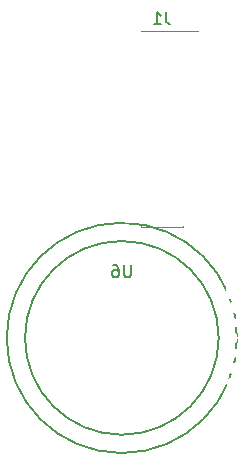
<source format=gbo>
G04 #@! TF.FileFunction,Legend,Bot*
%FSLAX46Y46*%
G04 Gerber Fmt 4.6, Leading zero omitted, Abs format (unit mm)*
G04 Created by KiCad (PCBNEW 4.0.7) date 06/01/18 20:16:30*
%MOMM*%
%LPD*%
G01*
G04 APERTURE LIST*
%ADD10C,0.100000*%
%ADD11C,0.150000*%
%ADD12C,0.120000*%
%ADD13C,1.524000*%
%ADD14R,1.000000X1.000000*%
%ADD15O,1.000000X1.000000*%
%ADD16R,2.400000X0.740000*%
%ADD17C,4.000000*%
%ADD18C,2.500000*%
G04 APERTURE END LIST*
D10*
D11*
X39910000Y-67810000D02*
G75*
G03X39910000Y-67810000I-8200000J0D01*
G01*
X41460000Y-67810000D02*
G75*
G03X41460000Y-67810000I-9750000J0D01*
G01*
D12*
X36865000Y-41785000D02*
X33335000Y-41785000D01*
X36865000Y-58415000D02*
X33335000Y-58415000D01*
X38190000Y-41850000D02*
X36865000Y-41850000D01*
X36865000Y-41785000D02*
X36865000Y-41850000D01*
X33335000Y-41785000D02*
X33335000Y-41850000D01*
X36865000Y-58350000D02*
X36865000Y-58415000D01*
X33335000Y-58350000D02*
X33335000Y-58415000D01*
D11*
X32471905Y-61662381D02*
X32471905Y-62471905D01*
X32424286Y-62567143D01*
X32376667Y-62614762D01*
X32281429Y-62662381D01*
X32090952Y-62662381D01*
X31995714Y-62614762D01*
X31948095Y-62567143D01*
X31900476Y-62471905D01*
X31900476Y-61662381D01*
X30995714Y-61662381D02*
X31186191Y-61662381D01*
X31281429Y-61710000D01*
X31329048Y-61757619D01*
X31424286Y-61900476D01*
X31471905Y-62090952D01*
X31471905Y-62471905D01*
X31424286Y-62567143D01*
X31376667Y-62614762D01*
X31281429Y-62662381D01*
X31090952Y-62662381D01*
X30995714Y-62614762D01*
X30948095Y-62567143D01*
X30900476Y-62471905D01*
X30900476Y-62233810D01*
X30948095Y-62138571D01*
X30995714Y-62090952D01*
X31090952Y-62043333D01*
X31281429Y-62043333D01*
X31376667Y-62090952D01*
X31424286Y-62138571D01*
X31471905Y-62233810D01*
X35433333Y-40237381D02*
X35433333Y-40951667D01*
X35480953Y-41094524D01*
X35576191Y-41189762D01*
X35719048Y-41237381D01*
X35814286Y-41237381D01*
X34433333Y-41237381D02*
X35004762Y-41237381D01*
X34719048Y-41237381D02*
X34719048Y-40237381D01*
X34814286Y-40380238D01*
X34909524Y-40475476D01*
X35004762Y-40523095D01*
%LPC*%
D13*
X27460000Y-67810000D03*
X28360000Y-71160000D03*
X35960000Y-67810000D03*
X35060000Y-71160000D03*
X28360000Y-64460000D03*
D14*
X41000000Y-64000000D03*
D15*
X42270000Y-64000000D03*
X41000000Y-65270000D03*
X42270000Y-65270000D03*
X41000000Y-66540000D03*
X42270000Y-66540000D03*
X41000000Y-67810000D03*
X42270000Y-67810000D03*
X41000000Y-69080000D03*
X42270000Y-69080000D03*
X41000000Y-70350000D03*
X42270000Y-70350000D03*
X41000000Y-71620000D03*
X42270000Y-71620000D03*
D16*
X37050000Y-42480000D03*
X33150000Y-42480000D03*
X37050000Y-43750000D03*
X33150000Y-43750000D03*
X37050000Y-45020000D03*
X33150000Y-45020000D03*
X37050000Y-46290000D03*
X33150000Y-46290000D03*
X37050000Y-47560000D03*
X33150000Y-47560000D03*
X37050000Y-48830000D03*
X33150000Y-48830000D03*
X37050000Y-50100000D03*
X33150000Y-50100000D03*
X37050000Y-51370000D03*
X33150000Y-51370000D03*
X37050000Y-52640000D03*
X33150000Y-52640000D03*
X37050000Y-53910000D03*
X33150000Y-53910000D03*
X37050000Y-55180000D03*
X33150000Y-55180000D03*
X37050000Y-56450000D03*
X33150000Y-56450000D03*
X37050000Y-57720000D03*
X33150000Y-57720000D03*
D17*
X78000000Y-59170000D03*
X40865000Y-78060622D03*
D13*
X24550000Y-33650000D03*
X23166617Y-35780223D03*
D18*
X65050000Y-71670000D03*
X58330000Y-64950000D03*
D17*
X60700000Y-47500000D03*
X60700000Y-52500000D03*
D13*
X69230000Y-30906000D03*
X69230000Y-34006000D03*
X66130000Y-34006000D03*
X66130000Y-30906000D03*
D14*
X33620000Y-39000000D03*
D15*
X33620000Y-37730000D03*
X34890000Y-39000000D03*
X34890000Y-37730000D03*
X36160000Y-39000000D03*
X36160000Y-37730000D03*
X37430000Y-39000000D03*
X37430000Y-37730000D03*
X38700000Y-39000000D03*
X38700000Y-37730000D03*
X39970000Y-39000000D03*
X39970000Y-37730000D03*
X41240000Y-39000000D03*
X41240000Y-37730000D03*
X42510000Y-39000000D03*
X42510000Y-37730000D03*
D17*
X22000000Y-40970000D03*
X72500000Y-41000000D03*
X77500000Y-41000000D03*
M02*

</source>
